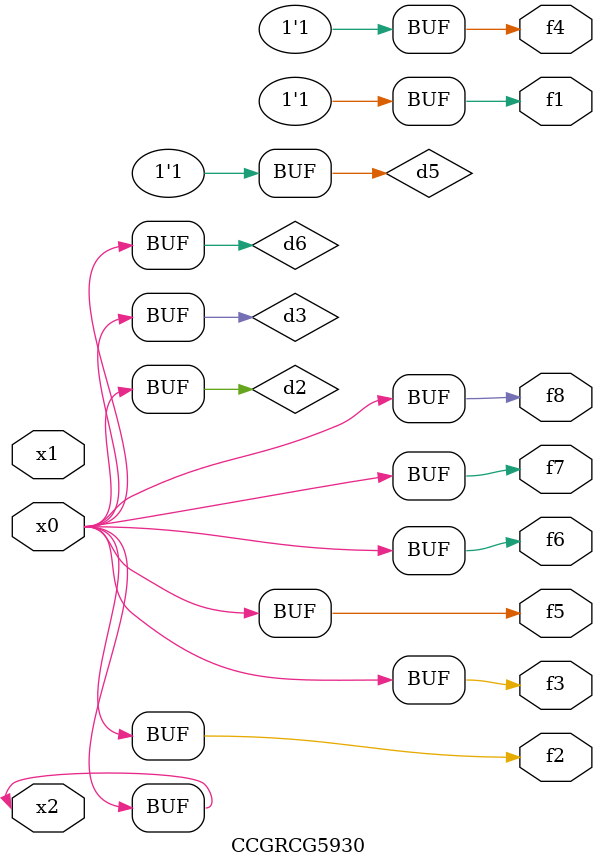
<source format=v>
module CCGRCG5930(
	input x0, x1, x2,
	output f1, f2, f3, f4, f5, f6, f7, f8
);

	wire d1, d2, d3, d4, d5, d6;

	xnor (d1, x2);
	buf (d2, x0, x2);
	and (d3, x0);
	xnor (d4, x1, x2);
	nand (d5, d1, d3);
	buf (d6, d2, d3);
	assign f1 = d5;
	assign f2 = d6;
	assign f3 = d6;
	assign f4 = d5;
	assign f5 = d6;
	assign f6 = d6;
	assign f7 = d6;
	assign f8 = d6;
endmodule

</source>
